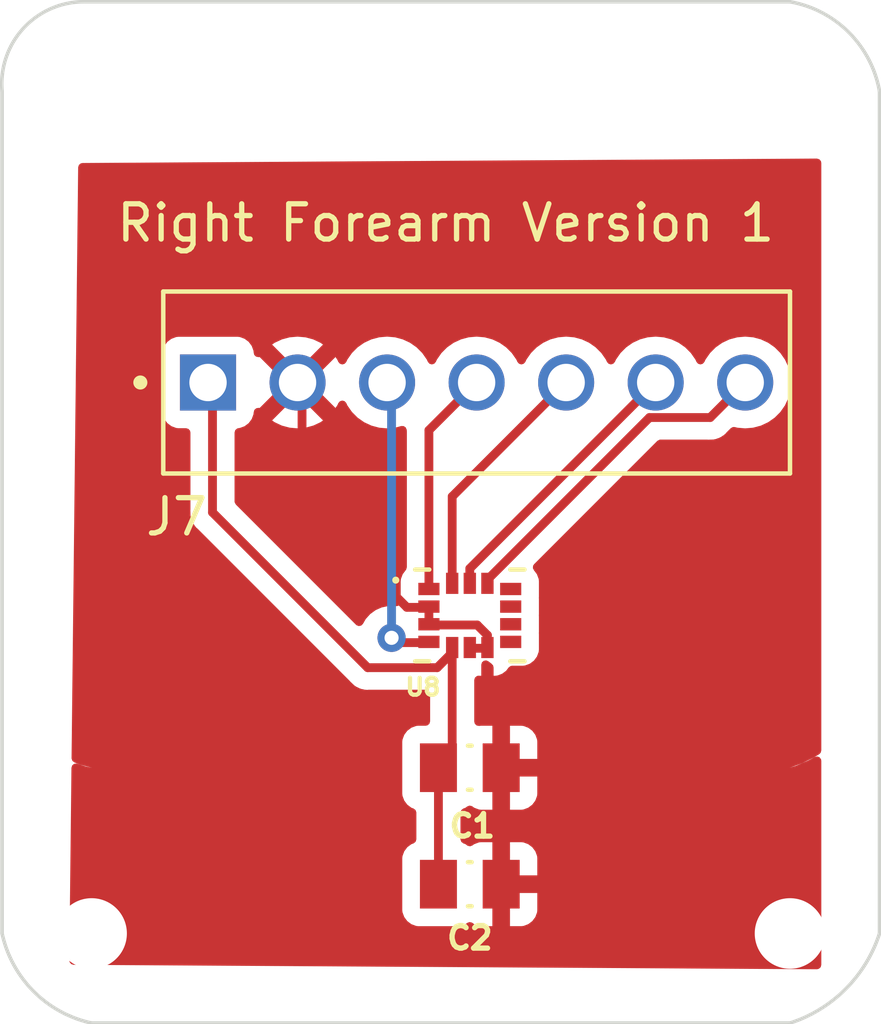
<source format=kicad_pcb>
(kicad_pcb (version 20221018) (generator pcbnew)
  (layers (0 "F.Cu" signal) (31 "B.Cu" signal) (34 "B.Paste" user) (35 "F.Paste" user) (36 "B.SilkS" user "B.Silkscreen") (37 "F.SilkS" user "F.Silkscreen") (38 "B.Mask" user) (39 "F.Mask" user) (44 "Edge.Cuts" user))
  (net 0 "")
  (net 1 "+3.3V")
  (net 2 "GND")
  (net 3 "/INT1_3")
  (net 4 "/MISO_3")
  (net 5 "/MOSI_3")
  (net 6 "/CLK3")
  (net 7 "/SENSOR_3")
  (footprint "MountingHole:MountingHole_2mm" (layer "F.Cu") (at 134.874 97.536)
    (fp_text reference "H3" hide)
    (fp_text value "MountingHole" hide)
    (pad "" np_thru_hole circle (at 0 0) (size 2 2) (drill 2) (layers "*.Cu" "*.Mask"))
  )
  (footprint "CL21F104ZAANNNC:CAPC2012X135N" (layer "F.Cu") (at 145.6025 92.837)
    (fp_text reference "C1" (at 0.06904 1.651) (layer "F.SilkS") (effects (font (size 0.64 0.64))))
    (fp_text value "100nF" hide)
    (fp_line (start -0.0515 -0.625) (end 0.0515 -0.625) (stroke (width 0.127)) (layer "F.SilkS"))
    (fp_line (start -0.0515 0.625) (end 0.0515 0.625) (stroke (width 0.127)) (layer "F.SilkS"))
    (pad "1" smd rect (at -0.89 0) (size 1.05 1.38) (layers "F.Cu" "F.Paste" "F.Mask") (net 1 "+3.3V"))
    (pad "2" smd rect (at 0.89 0) (size 1.05 1.38) (layers "F.Cu" "F.Paste" "F.Mask") (net 2 "GND"))
  )
  (footprint "MountingHole:MountingHole_2mm" (layer "F.Cu") (at 154.686 73.66)
    (fp_text reference "H2" hide)
    (fp_text value "MountingHole" hide)
    (pad "" np_thru_hole circle (at 0 0) (size 2 2) (drill 2) (layers "*.Cu" "*.Mask"))
  )
  (footprint "MountingHole:MountingHole_2mm" (layer "F.Cu") (at 134.874 73.66)
    (fp_text reference "H1" hide)
    (fp_text value "MountingHole" hide)
    (pad "" np_thru_hole circle (at 0 0) (size 2 2) (drill 2) (layers "*.Cu" "*.Mask"))
  )
  (footprint "69167-107HLF:AMPHENOL_69167-107HLF" (layer "F.Cu") (at 145.796 81.915)
    (fp_text reference "J7" (at -8.509 3.81) (layer "F.SilkS"))
    (fp_text value "69167-107HLF" hide)
    (fp_line (start -8.89 2.58) (end -8.89 -2.58) (stroke (width 0.127)) (layer "F.SilkS"))
    (fp_line (start 8.89 -2.58) (end -8.89 -2.58) (stroke (width 0.127)) (layer "F.SilkS"))
    (fp_line (start 8.89 -2.58) (end 8.89 2.58) (stroke (width 0.127)) (layer "F.SilkS"))
    (fp_line (start 8.89 2.58) (end -8.89 2.58) (stroke (width 0.127)) (layer "F.SilkS"))
    (fp_circle (center -9.54 0) (end -9.44 0) (stroke (width 0.2)) (fill none) (layer "F.SilkS"))
    (pad "01" thru_hole rect (at -7.62 0) (size 1.59 1.59) (drill 1.06) (layers "*.Cu" "*.Mask") (net 1 "+3.3V"))
    (pad "02" thru_hole circle (at -5.08 0) (size 1.59 1.59) (drill 1.06) (layers "*.Cu" "*.Mask") (net 2 "GND"))
    (pad "03" thru_hole circle (at -2.54 0) (size 1.59 1.59) (drill 1.06) (layers "*.Cu" "*.Mask") (net 3 "/INT1_3"))
    (pad "04" thru_hole circle (at 0 0) (size 1.59 1.59) (drill 1.06) (layers "*.Cu" "*.Mask") (net 4 "/MISO_3"))
    (pad "05" thru_hole circle (at 2.54 0) (size 1.59 1.59) (drill 1.06) (layers "*.Cu" "*.Mask") (net 5 "/MOSI_3"))
    (pad "06" thru_hole circle (at 5.08 0) (size 1.59 1.59) (drill 1.06) (layers "*.Cu" "*.Mask") (net 6 "/CLK3"))
    (pad "07" thru_hole circle (at 7.62 0) (size 1.59 1.59) (drill 1.06) (layers "*.Cu" "*.Mask") (net 7 "/SENSOR_3"))
  )
  (footprint "MountingHole:MountingHole_2mm" (layer "F.Cu") (at 154.686 97.536)
    (fp_text reference "H4" hide)
    (fp_text value "MountingHole" hide)
    (pad "" np_thru_hole circle (at 0 0) (size 2 2) (drill 2) (layers "*.Cu" "*.Mask"))
  )
  (footprint "LSM6DSMTR (1):PQFN50P300X250X86-14N" (layer "F.Cu") (at 145.6025 88.519)
    (fp_text reference "U8" (at -1.3305 2.032) (layer "F.SilkS") (effects (font (size 0.48 0.48) (thickness 0.12))))
    (fp_text value "LSM6DSMTR" hide)
    (fp_line (start -1.55 1.3) (end -1.15 1.3) (stroke (width 0.127)) (layer "F.SilkS"))
    (fp_line (start -1.15 -1.3) (end -1.55 -1.3) (stroke (width 0.127)) (layer "F.SilkS"))
    (fp_line (start 1.55 -1.3) (end 1.15 -1.3) (stroke (width 0.127)) (layer "F.SilkS"))
    (fp_line (start 1.55 1.3) (end 1.15 1.3) (stroke (width 0.127)) (layer "F.SilkS"))
    (fp_circle (center -2.1 -1) (end -2.05 -1) (stroke (width 0.1)) (fill none) (layer "F.SilkS"))
    (pad "1" smd rect (at -1.16 -0.75) (size 0.6 0.35) (layers "F.Cu" "F.Paste" "F.Mask") (net 4 "/MISO_3"))
    (pad "2" smd rect (at -1.16 -0.25) (size 0.6 0.35) (layers "F.Cu" "F.Paste" "F.Mask") (net 2 "GND"))
    (pad "3" smd rect (at -1.16 0.25) (size 0.6 0.35) (layers "F.Cu" "F.Paste" "F.Mask") (net 2 "GND"))
    (pad "4" smd rect (at -1.16 0.75) (size 0.6 0.35) (layers "F.Cu" "F.Paste" "F.Mask") (net 3 "/INT1_3"))
    (pad "5" smd rect (at -0.5 0.91 90) (size 0.6 0.35) (layers "F.Cu" "F.Paste" "F.Mask") (net 1 "+3.3V"))
    (pad "6" smd rect (at 0 0.91 90) (size 0.6 0.35) (layers "F.Cu" "F.Paste" "F.Mask") (net 2 "GND"))
    (pad "7" smd rect (at 0.5 0.91 90) (size 0.6 0.35) (layers "F.Cu" "F.Paste" "F.Mask") (net 2 "GND"))
    (pad "8" smd rect (at 1.16 0.75) (size 0.6 0.35) (layers "F.Cu" "F.Paste" "F.Mask") (net 1 "+3.3V"))
    (pad "9" smd rect (at 1.16 0.25) (size 0.6 0.35) (layers "F.Cu" "F.Paste" "F.Mask"))
    (pad "10" smd rect (at 1.16 -0.25) (size 0.6 0.35) (layers "F.Cu" "F.Paste" "F.Mask"))
    (pad "11" smd rect (at 1.16 -0.75) (size 0.6 0.35) (layers "F.Cu" "F.Paste" "F.Mask"))
    (pad "12" smd rect (at 0.5 -0.91 90) (size 0.6 0.35) (layers "F.Cu" "F.Paste" "F.Mask") (net 7 "/SENSOR_3"))
    (pad "13" smd rect (at 0 -0.91 90) (size 0.6 0.35) (layers "F.Cu" "F.Paste" "F.Mask") (net 6 "/CLK3"))
    (pad "14" smd rect (at -0.5 -0.91 90) (size 0.6 0.35) (layers "F.Cu" "F.Paste" "F.Mask") (net 5 "/MOSI_3"))
  )
  (footprint "CL21F104ZAANNNC:CAPC2012X135N" (layer "F.Cu") (at 145.6025 96.139 180)
    (fp_text reference "C2" (at 0 -1.524) (layer "F.SilkS") (effects (font (size 0.64 0.64))))
    (fp_text value "100nF" hide)
    (fp_line (start -0.0515 -0.625) (end 0.0515 -0.625) (stroke (width 0.127)) (layer "F.SilkS"))
    (fp_line (start -0.0515 0.625) (end 0.0515 0.625) (stroke (width 0.127)) (layer "F.SilkS"))
    (pad "1" smd rect (at -0.89 0 180) (size 1.05 1.38) (layers "F.Cu" "F.Paste" "F.Mask") (net 2 "GND"))
    (pad "2" smd rect (at 0.89 0 180) (size 1.05 1.38) (layers "F.Cu" "F.Paste" "F.Mask") (net 1 "+3.3V"))
  )
  (gr_arc (start 154.686 71.12) (mid 156.356529 71.989471) (end 157.226 73.66) (stroke (width 0.1)) (layer "Edge.Cuts"))
  (gr_line (start 134.62 71.12) (end 154.686 71.12) (stroke (width 0.1)) (layer "Edge.Cuts"))
  (gr_arc (start 132.334 73.66) (mid 132.922178 71.89066) (end 134.62 71.12) (stroke (width 0.1)) (layer "Edge.Cuts"))
  (gr_line (start 132.334 73.66) (end 132.334 97.536) (stroke (width 0.1)) (layer "Edge.Cuts"))
  (gr_line (start 154.686 100.076) (end 134.874 100.076) (stroke (width 0.1)) (layer "Edge.Cuts"))
  (gr_line (start 157.226 97.536) (end 157.226 73.66) (stroke (width 0.1)) (layer "Edge.Cuts"))
  (gr_arc (start 157.226 97.536) (mid 156.262666 99.112666) (end 154.686 100.076) (stroke (width 0.1)) (layer "Edge.Cuts"))
  (gr_arc (start 134.874 100.076) (mid 133.230114 99.179886) (end 132.334 97.536) (stroke (width 0.1)) (layer "Edge.Cuts"))
  (gr_text "Right Forearm Version 1\n" (at 135.509 77.978) (layer "F.SilkS") (effects (font (size 1 1)) (justify left bottom)))
  (segment (start 138.303 81.788) (end 138.303 85.598) (width 0.25) (layer "F.Cu") (net 1))
  (segment (start 144.7125 96.139) (end 144.7125 92.962) (width 0.25) (layer "F.Cu") (net 1))
  (segment (start 138.303 85.598) (end 142.705 90) (width 0.25) (layer "F.Cu") (net 1))
  (segment (start 145.1025 89.575) (end 145.1025 89.45) (width 0.25) (layer "F.Cu") (net 1))
  (segment (start 145.1025 92.322) (end 144.7125 92.712) (width 0.25) (layer "F.Cu") (net 1))
  (segment (start 145.1025 89.429) (end 145.1025 92.322) (width 0.25) (layer "F.Cu") (net 1))
  (segment (start 144.6775 90) (end 145.1025 89.575) (width 0.25) (layer "F.Cu") (net 1))
  (segment (start 142.705 90) (end 144.6775 90) (width 0.25) (layer "F.Cu") (net 1))
  (segment (start 140.843 81.788) (end 140.843 85.3155) (width 0.25) (layer "F.Cu") (net 2))
  (segment (start 140.843 85.3155) (end 143.8175 88.29) (width 0.25) (layer "F.Cu") (net 2))
  (segment (start 143.8175 88.29) (end 144.4425 88.29) (width 0.25) (layer "F.Cu") (net 2))
  (segment (start 146.1025 89.45) (end 145.6025 89.45) (width 0.25) (layer "F.Cu") (net 2))
  (segment (start 144.4425 88.79) (end 145.813 88.79) (width 0.25) (layer "F.Cu") (net 2))
  (segment (start 144.4425 88.29) (end 144.4425 88.79) (width 0.25) (layer "F.Cu") (net 2))
  (segment (start 146.1025 89.0795) (end 146.1025 89.45) (width 0.25) (layer "F.Cu") (net 2))
  (segment (start 145.813 88.79) (end 146.1025 89.0795) (width 0.25) (layer "F.Cu") (net 2))
  (segment (start 143.383 89.154) (end 143.519 89.29) (width 0.25) (layer "F.Cu") (net 3))
  (segment (start 143.519 89.29) (end 144.4425 89.29) (width 0.25) (layer "F.Cu") (net 3))
  (via (at 143.383 89.154) (size 0.8) (drill 0.4) (layers "F.Cu" "B.Cu") (net 3))
  (segment (start 143.383 81.788) (end 143.383 89.154) (width 0.25) (layer "B.Cu") (net 3))
  (segment (start 144.4425 83.2685) (end 144.4425 87.79) (width 0.25) (layer "F.Cu") (net 4))
  (segment (start 145.923 81.788) (end 144.4425 83.2685) (width 0.25) (layer "F.Cu") (net 4))
  (segment (start 148.463 81.788) (end 145.1025 85.1485) (width 0.25) (layer "F.Cu") (net 5))
  (segment (start 145.1025 85.1485) (end 145.1025 87.63) (width 0.25) (layer "F.Cu") (net 5))
  (segment (start 145.6025 87.1885) (end 145.6025 87.63) (width 0.25) (layer "F.Cu") (net 6))
  (segment (start 151.003 81.788) (end 145.6025 87.1885) (width 0.25) (layer "F.Cu") (net 6))
  (segment (start 152.423 82.908) (end 150.6995 82.908) (width 0.25) (layer "F.Cu") (net 7))
  (segment (start 153.543 81.788) (end 152.423 82.908) (width 0.25) (layer "F.Cu") (net 7))
  (segment (start 146.1025 87.505) (end 146.1025 87.63) (width 0.25) (layer "F.Cu") (net 7))
  (segment (start 150.6995 82.908) (end 146.1025 87.505) (width 0.25) (layer "F.Cu") (net 7))
  (zone (net 2) (net_name "GND") (layer "F.Cu") (connect_pads (clearance 0.5)) (min_thickness 0.25) (fill yes (thermal_gap 0.5) (thermal_bridge_width 0.5))
    (polygon (pts (xy 134.493 75.692) (xy 155.575 75.565) (xy 155.575 98.552) (xy 134.239 98.425)))
  )
)
</source>
